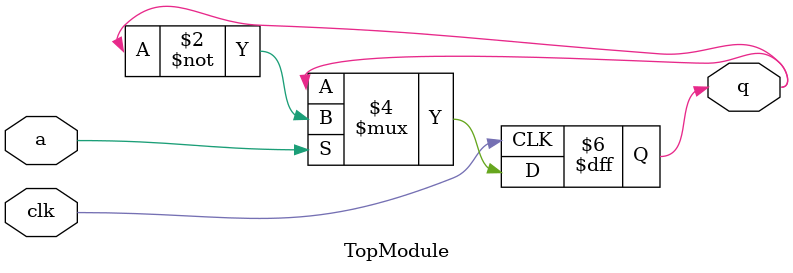
<source format=sv>
module TopModule(
    input logic clk,
    input logic a,
    output logic q
);

    initial begin
        q = 1'b0; // Initial state of the output
    end

    always @(posedge clk) begin
        if (a) begin
            q <= ~q; // Toggle q if a is high
        end
        // No state change if a is low
    end

endmodule
</source>
